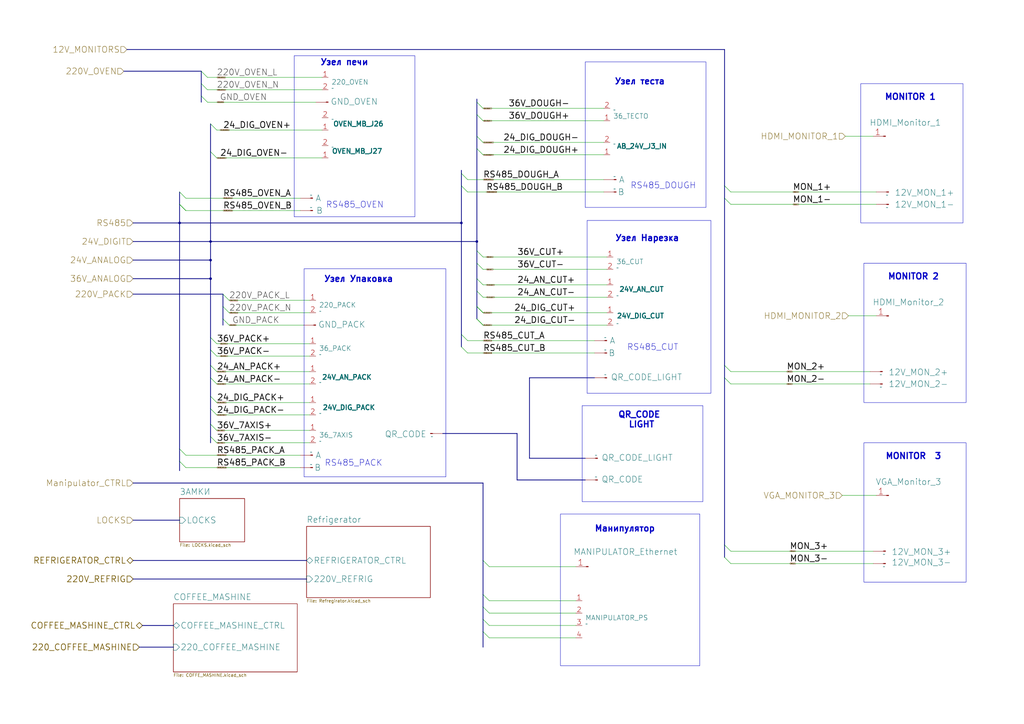
<source format=kicad_sch>
(kicad_sch (version 20231120) (generator "eeschema") (generator_version "8.0")
  (paper "A3")
  (lib_symbols
    (symbol "Conn_01x01_Pin_1" (pin_numbers hide) (pin_names (offset 1.016) hide)
      (property "Reference" "J" (at 0 6.604 0))
      (property "Value" "Conn_01x01_Pin" (at 0 -2.54 0))
      (symbol "Conn_01x01_Pin_1_1_1"
        (polyline (pts (xy 1.27 0) (xy 0.8636 0)) (stroke (width 0.1524)))
        (rectangle (start 0.8636 0.127) (end 0 -0.127) (stroke (width 0.1524)) (fill (type outline)))
        (pin passive line (at 5.08 0 180) (length 3.81) (name "Pin_1") (number "1"))
      )
    )
    (symbol "Conn_01x01_Pin_2" (pin_numbers hide) (pin_names (offset 1.016) hide)
      (property "Reference" "J" (at 0 6.604 0))
      (property "Value" "Conn_01x01_Pin" (at 0 -2.54 0))
      (symbol "Conn_01x01_Pin_2_1_1"
        (polyline (pts (xy 1.27 0) (xy 0.8636 0)) (stroke (width 0.1524)))
        (rectangle (start 0.8636 0.127) (end 0 -0.127) (stroke (width 0.1524)) (fill (type outline)))
        (pin passive line (at 5.08 0 180) (length 3.81) (name "Pin_1") (number "1"))
      )
    )
    (symbol "Connector:Conn_01x01_Pin" (pin_names (offset 1.016) hide)
      (property "Reference" "J" (at 0 6.604 0))
      (property "Value" "Conn_01x01_Pin" (at 0 -2.54 0))
      (symbol "Conn_01x01_Pin_1_1"
        (polyline (pts (xy 1.27 0) (xy 0.8636 0)) (stroke (width 0.1524)))
        (rectangle (start 0.8636 0.127) (end 0 -0.127) (stroke (width 0.1524)) (fill (type outline)))
        (pin passive line (at 5.08 0 180) (length 3.81) (name "Pin_1") (number "1"))
      )
    )
    (symbol "Connector:Conn_01x01_Pin_(WIDE)" (pin_numbers hide) (pin_names (offset 1.016) hide)
      (property "Reference" "J" (at 0.254 6.604 0))
      (property "Value" "Conn_01x01_Pin_(WIDE)" (at 0 -2.54 0))
      (symbol "Conn_01x01_Pin_(WIDE)_1_1"
        (polyline (pts (xy 1.27 0) (xy 0.8636 0)) (stroke (width 0.1524)))
        (rectangle (start 0.8636 0.127) (end 0 -0.127) (stroke (width 0.1524)) (fill (type outline)))
        (pin passive line (at 5.08 0 180) (length 3.81) (name "Pin_1") (number "1"))
      )
    )
    (symbol "Connector:Conn_01x02_(wide)"
      (property "Reference" "J" (at 0 0 0))
      (symbol "Conn_01x02_(wide)_1_1"
        (pin input line (at -2.54 -5.08 0) (length 2.54) (name "") (number "1"))
        (pin input line (at -2.54 -10.16 0) (length 2.54) (name "") (number "2"))
      )
    )
    (symbol "Connector:Conn_01x04_(wide)"
      (property "Reference" "J" (at 0 0 0))
      (symbol "Conn_01x04_(wide)_1_1"
        (pin input line (at -2.54 -5.08 0) (length 2.54) (name "") (number "1"))
        (pin input line (at -2.54 -10.16 0) (length 2.54) (name "") (number "2"))
        (pin input line (at -2.54 -15.24 0) (length 2.54) (name "") (number "3"))
        (pin input line (at -2.54 -20.32 0) (length 2.54) (name "") (number "4"))
      )
    )
  )
  (junction (at 189.23 91.44))
  (junction (at 195.58 99.06))
  (junction (at 86.36 114.3))
  (junction (at 86.36 99.06))
  (junction (at 86.36 106.68))
  (junction (at 73.66 91.44))
  (bus_entry (at 297.18 76.2) (size 2.54 2.54))
  (bus_entry (at 195.58 55.88) (size 2.54 2.54))
  (bus_entry (at 189.23 71.12) (size 2.54 2.54))
  (bus_entry (at 198.12 254) (size 2.54 2.54))
  (bus_entry (at 73.66 83.82) (size 2.54 2.54))
  (bus_entry (at 86.36 143.51) (size 2.54 2.54))
  (bus_entry (at 297.18 149.86) (size 2.54 2.54))
  (bus_entry (at 198.12 229.87) (size 2.54 2.54))
  (bus_entry (at 198.12 248.92) (size 2.54 2.54))
  (bus_entry (at 195.58 41.91) (size 2.54 2.54))
  (bus_entry (at 195.58 102.87) (size 2.54 2.54))
  (bus_entry (at 189.23 76.2) (size 2.54 2.54))
  (bus_entry (at 195.58 60.96) (size 2.54 2.54))
  (bus_entry (at 86.36 154.94) (size 2.54 2.54))
  (bus_entry (at 73.66 78.74) (size 2.54 2.54))
  (bus_entry (at 195.58 107.95) (size 2.54 2.54))
  (bus_entry (at 195.58 119.38) (size 2.54 2.54))
  (bus_entry (at 82.55 39.37) (size 2.54 2.54))
  (bus_entry (at 189.23 142.24) (size 2.54 2.54))
  (bus_entry (at 297.18 81.28) (size 2.54 2.54))
  (bus_entry (at 86.36 50.8) (size 2.54 2.54))
  (bus_entry (at 91.44 125.73) (size 2.54 2.54))
  (bus_entry (at 86.36 173.99) (size 2.54 2.54))
  (bus_entry (at 189.23 137.16) (size 2.54 2.54))
  (bus_entry (at 195.58 125.73) (size 2.54 2.54))
  (bus_entry (at 82.55 29.21) (size 2.54 2.54))
  (bus_entry (at 86.36 149.86) (size 2.54 2.54))
  (bus_entry (at 73.66 83.82) (size 2.54 2.54))
  (bus_entry (at 91.44 130.81) (size 2.54 2.54))
  (bus_entry (at 86.36 62.23) (size 2.54 2.54))
  (bus_entry (at 195.58 46.99) (size 2.54 2.54))
  (bus_entry (at 195.58 114.3) (size 2.54 2.54))
  (bus_entry (at 198.12 243.84) (size 2.54 2.54))
  (bus_entry (at 195.58 125.73) (size 2.54 2.54))
  (bus_entry (at 86.36 167.64) (size 2.54 2.54))
  (bus_entry (at 82.55 34.29) (size 2.54 2.54))
  (bus_entry (at 198.12 259.08) (size 2.54 2.54))
  (bus_entry (at 297.18 228.6) (size 2.54 2.54))
  (bus_entry (at 91.44 120.65) (size 2.54 2.54))
  (bus_entry (at 86.36 138.43) (size 2.54 2.54))
  (bus_entry (at 297.18 223.52) (size 2.54 2.54))
  (bus_entry (at 297.18 154.94) (size 2.54 2.54))
  (bus_entry (at 86.36 162.56) (size 2.54 2.54))
  (bus_entry (at 86.36 179.07) (size 2.54 2.54))
  (bus_entry (at 195.58 130.81) (size 2.54 2.54))
  (bus_entry (at 73.66 189.23) (size 2.54 2.54))
  (bus_entry (at 73.66 184.15) (size 2.54 2.54))
  (bus_entry (at 195.58 130.81) (size 2.54 2.54))
  (wire (pts (xy 85.09 36.83) (xy 132.08 36.83)))
  (bus (pts (xy 54.61 91.44) (xy 73.66 91.44)))
  (bus (pts (xy 91.44 125.73) (xy 91.44 130.81)))
  (bus (pts (xy 82.55 29.21) (xy 50.8 29.21)))
  (wire (pts (xy 299.72 231.14) (xy 358.14 231.14)))
  (bus (pts (xy 189.23 71.12) (xy 189.23 76.2)))
  (bus (pts (xy 86.36 99.06) (xy 86.36 106.68)))
  (bus (pts (xy 73.66 189.23) (xy 73.66 193.04)))
  (bus (pts (xy 73.66 184.15) (xy 73.66 189.23)))
  (bus (pts (xy 198.12 243.84) (xy 198.12 248.92)))
  (wire (pts (xy 346.71 55.88) (xy 358.14 55.88)))
  (bus (pts (xy 86.36 162.56) (xy 86.36 154.94)))
  (bus (pts (xy 86.36 167.64) (xy 86.36 162.56)))
  (wire (pts (xy 88.9 140.97) (xy 127 140.97)))
  (wire (pts (xy 88.9 53.34) (xy 132.08 53.34)))
  (bus (pts (xy 198.12 259.08) (xy 198.12 265.43)))
  (bus (pts (xy 54.61 237.49) (xy 125.73 237.49)))
  (bus (pts (xy 198.12 198.12) (xy 198.12 229.87)))
  (wire (pts (xy 88.9 181.61) (xy 127 181.61)))
  (bus (pts (xy 86.36 50.8) (xy 86.36 62.23)))
  (bus (pts (xy 54.61 213.36) (xy 73.66 213.36)))
  (bus (pts (xy 54.61 198.12) (xy 198.12 198.12)))
  (wire (pts (xy 347.98 129.54) (xy 359.41 129.54)))
  (bus (pts (xy 86.36 114.3) (xy 86.36 138.43)))
  (wire (pts (xy 198.12 121.92) (xy 248.92 121.92)))
  (wire (pts (xy 88.9 64.77) (xy 132.08 64.77)))
  (bus (pts (xy 91.44 130.81) (xy 91.44 133.35)))
  (bus (pts (xy 54.61 120.65) (xy 91.44 120.65)))
  (wire (pts (xy 200.66 251.46) (xy 236.22 251.46)))
  (bus (pts (xy 195.58 102.87) (xy 195.58 107.95)))
  (bus (pts (xy 86.36 143.51) (xy 86.36 149.86)))
  (bus (pts (xy 195.58 107.95) (xy 195.58 114.3)))
  (bus (pts (xy 86.36 181.61) (xy 86.36 179.07)))
  (bus (pts (xy 297.18 81.28) (xy 297.18 149.86)))
  (bus (pts (xy 217.17 187.96) (xy 240.03 187.96)))
  (bus (pts (xy 195.58 125.73) (xy 195.58 130.81)))
  (wire (pts (xy 345.44 203.2) (xy 359.41 203.2)))
  (bus (pts (xy 189.23 69.85) (xy 189.23 71.12)))
  (bus (pts (xy 195.58 41.91) (xy 195.58 46.99)))
  (bus (pts (xy 189.23 137.16) (xy 189.23 142.24)))
  (bus (pts (xy 86.36 154.94) (xy 86.36 149.86)))
  (wire (pts (xy 88.9 170.18) (xy 127 170.18)))
  (bus (pts (xy 125.73 229.87) (xy 54.61 229.87)))
  (wire (pts (xy 198.12 110.49) (xy 248.92 110.49)))
  (bus (pts (xy 195.58 119.38) (xy 195.58 125.73)))
  (wire (pts (xy 191.77 73.66) (xy 247.65 73.66)))
  (bus (pts (xy 52.07 20.32) (xy 297.18 20.32)))
  (bus (pts (xy 57.15 265.43) (xy 71.12 265.43)))
  (wire (pts (xy 200.66 232.41) (xy 236.22 232.41)))
  (bus (pts (xy 91.44 125.73) (xy 91.44 120.65)))
  (wire (pts (xy 198.12 133.35) (xy 248.92 133.35)))
  (bus (pts (xy 297.18 149.86) (xy 297.18 154.94)))
  (bus (pts (xy 86.36 138.43) (xy 86.36 143.51)))
  (wire (pts (xy 299.72 83.82) (xy 359.41 83.82)))
  (bus (pts (xy 73.66 91.44) (xy 73.66 184.15)))
  (bus (pts (xy 212.09 177.8) (xy 212.09 196.85)))
  (bus (pts (xy 54.61 106.68) (xy 86.36 106.68)))
  (wire (pts (xy 198.12 105.41) (xy 248.92 105.41)))
  (wire (pts (xy 198.12 44.45) (xy 247.65 44.45)))
  (wire (pts (xy 88.9 176.53) (xy 127 176.53)))
  (wire (pts (xy 88.9 157.48) (xy 127 157.48)))
  (bus (pts (xy 82.55 29.21) (xy 82.55 34.29)))
  (wire (pts (xy 191.77 144.78) (xy 243.84 144.78)))
  (wire (pts (xy 198.12 49.53) (xy 247.65 49.53)))
  (wire (pts (xy 85.09 41.91) (xy 129.54 41.91)))
  (bus (pts (xy 189.23 91.44) (xy 189.23 137.16)))
  (wire (pts (xy 200.66 256.54) (xy 236.22 256.54)))
  (bus (pts (xy 82.55 34.29) (xy 82.55 39.37)))
  (wire (pts (xy 93.98 123.19) (xy 127 123.19)))
  (wire (pts (xy 85.09 31.75) (xy 132.08 31.75)))
  (wire (pts (xy 191.77 78.74) (xy 247.65 78.74)))
  (bus (pts (xy 297.18 154.94) (xy 297.18 223.52)))
  (bus (pts (xy 217.17 154.94) (xy 217.17 187.96)))
  (bus (pts (xy 195.58 99.06) (xy 195.58 102.87)))
  (bus (pts (xy 189.23 76.2) (xy 189.23 91.44)))
  (wire (pts (xy 76.2 81.28) (xy 123.19 81.28)))
  (wire (pts (xy 299.72 152.4) (xy 356.87 152.4)))
  (bus (pts (xy 297.18 20.32) (xy 297.18 76.2)))
  (wire (pts (xy 191.77 139.7) (xy 243.84 139.7)))
  (wire (pts (xy 93.98 128.27) (xy 127 128.27)))
  (wire (pts (xy 93.98 133.35) (xy 124.46 133.35)))
  (bus (pts (xy 198.12 229.87) (xy 198.12 243.84)))
  (wire (pts (xy 198.12 128.27) (xy 248.92 128.27)))
  (bus (pts (xy 195.58 40.64) (xy 195.58 41.91)))
  (bus (pts (xy 73.66 83.82) (xy 73.66 91.44)))
  (bus (pts (xy 73.66 78.74) (xy 73.66 83.82)))
  (bus (pts (xy 181.61 177.8) (xy 212.09 177.8)))
  (bus (pts (xy 297.18 223.52) (xy 297.18 228.6)))
  (wire (pts (xy 198.12 63.5) (xy 247.65 63.5)))
  (bus (pts (xy 195.58 60.96) (xy 195.58 99.06)))
  (bus (pts (xy 297.18 76.2) (xy 297.18 81.28)))
  (bus (pts (xy 82.55 39.37) (xy 82.55 41.91)))
  (bus (pts (xy 54.61 99.06) (xy 86.36 99.06)))
  (bus (pts (xy 54.61 114.3) (xy 86.36 114.3)))
  (bus (pts (xy 198.12 254) (xy 198.12 259.08)))
  (wire (pts (xy 76.2 191.77) (xy 123.19 191.77)))
  (wire (pts (xy 76.2 186.69) (xy 123.19 186.69)))
  (bus (pts (xy 73.66 91.44) (xy 189.23 91.44)))
  (bus (pts (xy 86.36 99.06) (xy 195.58 99.06)))
  (bus (pts (xy 212.09 196.85) (xy 240.03 196.85)))
  (bus (pts (xy 58.42 256.54) (xy 71.12 256.54)))
  (wire (pts (xy 76.2 86.36) (xy 123.19 86.36)))
  (wire (pts (xy 200.66 261.62) (xy 236.22 261.62)))
  (wire (pts (xy 198.12 58.42) (xy 247.65 58.42)))
  (bus (pts (xy 86.36 106.68) (xy 86.36 114.3)))
  (wire (pts (xy 299.72 78.74) (xy 359.41 78.74)))
  (bus (pts (xy 195.58 55.88) (xy 195.58 60.96)))
  (bus (pts (xy 195.58 114.3) (xy 195.58 119.38)))
  (bus (pts (xy 86.36 62.23) (xy 86.36 99.06)))
  (wire (pts (xy 299.72 226.06) (xy 358.14 226.06)))
  (bus (pts (xy 86.36 179.07) (xy 86.36 173.99)))
  (wire (pts (xy 198.12 116.84) (xy 248.92 116.84)))
  (bus (pts (xy 195.58 46.99) (xy 195.58 55.88)))
  (wire (pts (xy 88.9 165.1) (xy 127 165.1)))
  (wire (pts (xy 200.66 246.38) (xy 236.22 246.38)))
  (wire (pts (xy 88.9 146.05) (xy 127 146.05)))
  (bus (pts (xy 86.36 167.64) (xy 86.36 173.99)))
  (wire (pts (xy 88.9 152.4) (xy 127 152.4)))
  (bus (pts (xy 198.12 248.92) (xy 198.12 254)))
  (wire (pts (xy 299.72 157.48) (xy 356.87 157.48)))
  (bus (pts (xy 243.84 154.94) (xy 217.17 154.94)))
  (rectangle (start 353.06 34.29) (end 394.97 91.44))
  (rectangle (start 238.76 166.37) (end 288.29 205.74))
  (rectangle (start 124.714 110.236) (end 182.88 195.58))
  (rectangle (start 354.33 107.95) (end 396.24 165.1))
  (rectangle (start 240.03 25.4) (end 289.56 85.09))
  (rectangle (start 240.792 90.424) (end 291.592 161.29))
  (rectangle (start 229.87 210.82) (end 287.02 273.05))
  (rectangle (start 354.33 181.61) (end 396.24 238.76))
  (rectangle (start 120.65 22.86) (end 170.18 88.9))
  (text "Узел теста" (at 262.382 33.528 0) (effects (font (size 2.5 2.5) (thickness 0.5) (bold yes))))
  (text "Узел Упаковка" (at 147.066 114.554 0) (effects (font (size 2.5 2.5) (thickness 0.5) (bold yes))))
  (text "Узел Нарезка" (at 265.43 97.79 0) (effects (font (size 2.5 2.5) (thickness 0.5) (bold yes))))
  (text "Манипулятор" (at 256.286 216.916 0) (effects (font (size 2.5 2.5) (thickness 0.5) (bold yes))))
  (text "RS485_PACK" (at 145.034 189.992 0) (effects (font (size 2.5 2.5))))
  (text "RS485_OVEN" (at 145.542 84.074 0) (effects (font (size 2.5 2.5))))
  (text "RS485_DOUGH" (at 272.034 76.2 0) (effects (font (size 2.5 2.5))))
  (text "MONITOR 2" (at 374.65 113.538 0) (effects (font (size 2.5 2.5) (thickness 0.5) (bold yes))))
  (text "RS485_CUT" (at 267.716 142.494 0) (effects (font (size 2.5 2.5))))
  (text "Узел печи" (at 141.224 25.654 0) (effects (font (size 2.5 2.5) (thickness 0.5) (bold yes))))
  (text "QR_CODE \nLIGHT\n" (at 263.144 172.212 0) (effects (font (size 2.5 2.5) (thickness 0.5) (bold yes))))
  (text "MONITOR  3" (at 374.65 187.198 0) (effects (font (size 2.5 2.5) (thickness 0.5) (bold yes))))
  (text "MONITOR 1" (at 373.38 39.878 0) (effects (font (size 2.5 2.5) (thickness 0.5) (bold yes))))
  (label "24_DIG_DOUGH-" (at 237.49 58.42 180) (effects (font (size 2.5 2.5) (thickness 0.3125))))
  (label "36V_DOUGH+" (at 233.68 49.53 180) (effects (font (size 2.5 2.5) (thickness 0.3125))))
  (label "36V_DOUGH-" (at 233.68 44.45 180) (effects (font (size 2.5 2.5) (thickness 0.3125))))
  (label "36V_7AXIS-" (at 88.9 181.61 0) (effects (font (size 2.5 2.5) (thickness 0.3125))))
  (label "MON_1+" (at 325.12 78.74 0) (effects (font (size 2.5 2.5) (thickness 0.3125))))
  (label "24_DIG_OVEN+" (at 119.38 53.34 180) (effects (font (size 2.5 2.5) (thickness 0.3125))))
  (label "GND_PACK" (at 95.25 133.35 0) (effects (font (size 2.5 2.5))))
  (label "24_DIG_CUT-" (at 210.82 133.35 0) (effects (font (size 2.5 2.5) (thickness 0.3125))))
  (label "220V_OVEN_L" (at 88.9 31.75 0) (effects (font (size 2.5 2.5))))
  (label "220V_PACK_L" (at 93.98 123.19 0) (effects (font (size 2.5 2.5))))
  (label "36V_PACK-" (at 88.9 146.05 0) (effects (font (size 2.5 2.5) (thickness 0.3125))))
  (label "GND_OVEN" (at 90.17 41.91 0) (effects (font (size 2.5 2.5))))
  (label "36V_CUT-" (at 212.09 110.49 0) (effects (font (size 2.5 2.5) (thickness 0.3125))))
  (label "24_AN_PACK+" (at 88.9 152.4 0) (effects (font (size 2.5 2.5) (thickness 0.3125))))
  (label "220V_OVEN_N" (at 88.9 36.83 0) (effects (font (size 2.5 2.5))))
  (label "24_DIG_DOUGH+" (at 237.49 63.5 180) (effects (font (size 2.5 2.5) (thickness 0.3125))))
  (label "RS485_OVEN_A" (at 91.44 81.28 0) (effects (font (size 2.5 2.5) (thickness 0.3125))))
  (label "RS485_DOUGH_A" (at 198.12 73.66 0) (effects (font (size 2.5 2.5) (thickness 0.3125))))
  (label "24_DIG_PACK+" (at 88.9 165.1 0) (effects (font (size 2.5 2.5) (thickness 0.3125))))
  (label "36V_CUT+" (at 212.09 105.41 0) (effects (font (size 2.5 2.5) (thickness 0.3125))))
  (label "24_DIG_OVEN-" (at 118.11 64.77 180) (effects (font (size 2.5 2.5) (thickness 0.3125))))
  (label "36V_7AXIS+" (at 88.9 176.53 0) (effects (font (size 2.5 2.5) (thickness 0.3125))))
  (label "MON_3-" (at 323.85 231.14 0) (effects (font (size 2.5 2.5) (thickness 0.3125))))
  (label "24_DIG_PACK-" (at 88.9 170.18 0) (effects (font (size 2.5 2.5) (thickness 0.3125))))
  (label "RS485_OVEN_B" (at 91.44 86.36 0) (effects (font (size 2.5 2.5) (thickness 0.3125))))
  (label "RS485_PACK_B" (at 88.9 191.77 0) (effects (font (size 2.5 2.5) (thickness 0.3125))))
  (label "24_AN_PACK-" (at 88.9 157.48 0) (effects (font (size 2.5 2.5) (thickness 0.3125))))
  (label "36V_PACK+" (at 88.9 140.97 0) (effects (font (size 2.5 2.5) (thickness 0.3125))))
  (label "MON_2+" (at 322.58 152.4 0) (effects (font (size 2.5 2.5) (thickness 0.3125))))
  (label "RS485_CUT_A" (at 198.12 139.7 0) (effects (font (size 2.5 2.5) (thickness 0.3125))))
  (label "MON_1-" (at 325.12 83.82 0) (effects (font (size 2.5 2.5) (thickness 0.3125))))
  (label "MON_3+" (at 323.85 226.06 0) (effects (font (size 2.5 2.5) (thickness 0.3125))))
  (label "24_DIG_CUT+" (at 210.82 128.27 0) (effects (font (size 2.5 2.5) (thickness 0.3125))))
  (label "MON_2-" (at 322.58 157.48 0) (effects (font (size 2.5 2.5) (thickness 0.3125))))
  (label "220V_PACK_N" (at 93.98 128.27 0) (effects (font (size 2.5 2.5))))
  (label "24_AN_CUT+" (at 212.09 116.84 0) (effects (font (size 2.5 2.5) (thickness 0.3125))))
  (label "24_AN_CUT-" (at 212.09 121.92 0) (effects (font (size 2.5 2.5) (thickness 0.3125))))
  (label "RS485_PACK_A" (at 88.9 186.69 0) (effects (font (size 2.5 2.5) (thickness 0.3125))))
  (label "RS485_DOUGH_B" (at 199.39 78.74 0) (effects (font (size 2.5 2.5) (thickness 0.3125))))
  (label "RS485_CUT_B" (at 198.12 144.78 0) (effects (font (size 2.5 2.5) (thickness 0.3125))))
  (global_label "RS485_OVEN_A" (shape input) (at 91.44 81.28 0) (effects (font (size 0.3 0.3))) (property "Intersheetrefs" "${INTERSHEET_REFS}" (effects (hide yes))))
  (global_label "220V_OVEN_N" (shape input) (at 88.9 36.83 0) (effects (font (size 0.3 0.3))) (property "Intersheetrefs" "${INTERSHEET_REFS}" (effects (hide yes))))
  (global_label "RS485_CUT_A" (shape input) (at 198.12 139.7 0) (effects (font (size 0.3 0.3))) (property "Intersheetrefs" "${INTERSHEET_REFS}" (effects (hide yes))))
  (global_label "24_AN_CUT-" (shape input) (at 199.39 121.92 0) (effects (font (size 0.3 0.3))) (property "Intersheetrefs" "${INTERSHEET_REFS}" (effects (hide yes))))
  (global_label "24_DIG_CUT+" (shape input) (at 198.12 128.27 0) (effects (font (size 0.3 0.3))) (property "Intersheetrefs" "${INTERSHEET_REFS}" (effects (hide yes))))
  (global_label "24_AN_PACK+" (shape input) (at 88.9 152.4 0) (effects (font (size 0.3 0.3))) (property "Intersheetrefs" "${INTERSHEET_REFS}" (effects (hide yes))))
  (global_label "24_DIG_CUT-" (shape input) (at 198.12 133.35 0) (effects (font (size 0.3 0.3))) (property "Intersheetrefs" "${INTERSHEET_REFS}" (effects (hide yes))))
  (global_label "36V_PACK-" (shape input) (at 90.17 146.05 0) (effects (font (size 0.3 0.3))) (property "Intersheetrefs" "${INTERSHEET_REFS}" (effects (hide yes))))
  (global_label "GND_PACK" (shape input) (at 93.98 133.35 0) (effects (font (size 0.3 0.3))) (property "Intersheetrefs" "${INTERSHEET_REFS}" (effects (hide yes))))
  (global_label "MON_3+" (shape input) (at 323.85 226.06 0) (effects (font (size 0.3 0.3))) (property "Intersheetrefs" "${INTERSHEET_REFS}" (effects (hide yes))))
  (global_label "36V_CUT-" (shape input) (at 199.39 110.49 0) (effects (font (size 0.3 0.3))) (property "Intersheetrefs" "${INTERSHEET_REFS}" (effects (hide yes))))
  (global_label "36V_CUT+" (shape input) (at 199.39 105.41 0) (effects (font (size 0.3 0.3))) (property "Intersheetrefs" "${INTERSHEET_REFS}" (effects (hide yes))))
  (global_label "24_DIG_DOUGH-" (shape input) (at 198.12 58.42 0) (effects (font (size 0.3 0.3))) (property "Intersheetrefs" "${INTERSHEET_REFS}" (effects (hide yes))))
  (global_label "24_DIG_PACK-" (shape input) (at 88.9 170.18 0) (effects (font (size 0.3 0.3))) (property "Intersheetrefs" "${INTERSHEET_REFS}" (effects (hide yes))))
  (global_label "MON_1+" (shape input) (at 325.12 78.74 0) (effects (font (size 0.3 0.3))) (property "Intersheetrefs" "${INTERSHEET_REFS}" (effects (hide yes))))
  (global_label "GND_OVEN" (shape input) (at 88.9 41.91 0) (effects (font (size 0.3 0.3))) (property "Intersheetrefs" "${INTERSHEET_REFS}" (effects (hide yes))))
  (global_label "36V_PACK+" (shape input) (at 90.17 140.97 0) (effects (font (size 0.3 0.3))) (property "Intersheetrefs" "${INTERSHEET_REFS}" (effects (hide yes))))
  (global_label "24_AN_PACK-" (shape input) (at 88.9 157.48 0) (effects (font (size 0.3 0.3))) (property "Intersheetrefs" "${INTERSHEET_REFS}" (effects (hide yes))))
  (global_label "36V_7ASIX+" (shape input) (at 88.9 176.53 0) (effects (font (size 0.3 0.3))) (property "Intersheetrefs" "${INTERSHEET_REFS}" (effects (hide yes))))
  (global_label "24_DIG_DOUGH+" (shape input) (at 198.12 63.5 0) (effects (font (size 0.3 0.3))) (property "Intersheetrefs" "${INTERSHEET_REFS}" (effects (hide yes))))
  (global_label "36V_DOUGH-" (shape input) (at 198.12 44.45 0) (effects (font (size 0.3 0.3))) (property "Intersheetrefs" "${INTERSHEET_REFS}" (effects (hide yes))))
  (global_label "RS485_PACK_B" (shape input) (at 88.9 191.77 0) (effects (font (size 0.3 0.3))) (property "Intersheetrefs" "${INTERSHEET_REFS}" (effects (hide yes))))
  (global_label "RS485_DOUGH_B" (shape input) (at 199.39 78.74 0) (effects (font (size 0.3 0.3))) (property "Intersheetrefs" "${INTERSHEET_REFS}" (effects (hide yes))))
  (global_label "24_DIG_OVEN+" (shape input) (at 90.17 53.34 0) (effects (font (size 0.3 0.3))) (property "Intersheetrefs" "${INTERSHEET_REFS}" (effects (hide yes))))
  (global_label "24_DIG_PACK+" (shape input) (at 88.9 165.1 0) (effects (font (size 0.3 0.3))) (property "Intersheetrefs" "${INTERSHEET_REFS}" (effects (hide yes))))
  (global_label "36V_7ASIX-" (shape input) (at 88.9 181.61 0) (effects (font (size 0.3 0.3))) (property "Intersheetrefs" "${INTERSHEET_REFS}" (effects (hide yes))))
  (global_label "24_AN_CUT+" (shape input) (at 199.39 116.84 0) (effects (font (size 0.3 0.3))) (property "Intersheetrefs" "${INTERSHEET_REFS}" (effects (hide yes))))
  (global_label "MON_3-" (shape input) (at 323.85 231.14 0) (effects (font (size 0.3 0.3))) (property "Intersheetrefs" "${INTERSHEET_REFS}" (effects (hide yes))))
  (global_label "RS485_OVEN_B" (shape input) (at 91.44 86.36 0) (effects (font (size 0.3 0.3))) (property "Intersheetrefs" "${INTERSHEET_REFS}" (effects (hide yes))))
  (global_label "RS485_PACK_A" (shape input) (at 88.9 186.69 0) (effects (font (size 0.3 0.3))) (property "Intersheetrefs" "${INTERSHEET_REFS}" (effects (hide yes))))
  (global_label "RS485_DOUGH_A" (shape input) (at 198.12 73.66 0) (effects (font (size 0.3 0.3))) (property "Intersheetrefs" "${INTERSHEET_REFS}" (effects (hide yes))))
  (global_label "220V_OVEN_L" (shape input) (at 88.9 31.75 0) (effects (font (size 0.3 0.3))) (property "Intersheetrefs" "${INTERSHEET_REFS}" (effects (hide yes))))
  (global_label "24_DIG_OVEN-" (shape input) (at 88.9 64.77 0) (effects (font (size 0.3 0.3))) (property "Intersheetrefs" "${INTERSHEET_REFS}" (effects (hide yes))))
  (global_label "MON_2-" (shape input) (at 322.58 157.48 0) (effects (font (size 0.3 0.3))) (property "Intersheetrefs" "${INTERSHEET_REFS}" (effects (hide yes))))
  (global_label "220V_PACK_N" (shape input) (at 93.98 128.27 0) (effects (font (size 0.3 0.3))) (property "Intersheetrefs" "${INTERSHEET_REFS}" (effects (hide yes))))
  (global_label "36V_DOUGH+" (shape input) (at 198.12 49.53 0) (effects (font (size 0.3 0.3))) (property "Intersheetrefs" "${INTERSHEET_REFS}" (effects (hide yes))))
  (global_label "MON_2+" (shape input) (at 322.58 152.4 0) (effects (font (size 0.3 0.3))) (property "Intersheetrefs" "${INTERSHEET_REFS}" (effects (hide yes))))
  (global_label "RS485_CUT_B" (shape input) (at 198.12 144.78 0) (effects (font (size 0.3 0.3))) (property "Intersheetrefs" "${INTERSHEET_REFS}" (effects (hide yes))))
  (global_label "220V_PACK_L" (shape input) (at 93.98 123.19 0) (effects (font (size 0.3 0.3))) (property "Intersheetrefs" "${INTERSHEET_REFS}" (effects (hide yes))))
  (global_label "MON_1-" (shape input) (at 325.12 83.82 0) (effects (font (size 0.3 0.3))) (property "Intersheetrefs" "${INTERSHEET_REFS}" (effects (hide yes))))
  (hierarchical_label "36V_ANALOG" (shape input) (at 54.61 114.3 180) (effects (font (size 2.5 2.5))))
  (hierarchical_label "Manipulator_CTRL" (shape input) (at 54.61 198.12 180) (effects (font (size 2.5 2.5))))
  (hierarchical_label "HDMI_MONITOR_1" (shape input) (at 346.71 55.88 180) (effects (font (size 2.5 2.5))))
  (hierarchical_label "220V_OVEN" (shape input) (at 50.8 29.21 180) (effects (font (size 2.5 2.5))))
  (hierarchical_label "220V_REFRIG" (shape input) (at 54.61 237.49 180) (effects (font (size 2.5 2.5) (thickness 0.254) (bold yes))))
  (hierarchical_label "LOCKS" (shape input) (at 54.61 213.36 180) (effects (font (size 2.5 2.5))))
  (hierarchical_label "220V_PACK" (shape input) (at 54.61 120.65 180) (effects (font (size 2.5 2.5))))
  (hierarchical_label "VGA_MONITOR_3" (shape input) (at 345.44 203.2 180) (effects (font (size 2.5 2.5))))
  (hierarchical_label "24V_DIGIT" (shape input) (at 54.61 99.06 180) (effects (font (size 2.5 2.5))))
  (hierarchical_label "COFFEE_MASHINE_CTRL" (shape bidirectional) (at 58.42 256.54 180) (effects (font (size 2.5 2.5) (thickness 0.254) (bold yes))))
  (hierarchical_label "RS485" (shape input) (at 54.61 91.44 180) (effects (font (size 2.5 2.5))))
  (hierarchical_label "24V_ANALOG" (shape input) (at 54.61 106.68 180) (effects (font (size 2.5 2.5))))
  (hierarchical_label "HDMI_MONITOR_2" (shape input) (at 347.98 129.54 180) (effects (font (size 2.5 2.5))))
  (hierarchical_label "REFRIGERATOR_CTRL" (shape bidirectional) (at 54.61 229.87 180) (effects (font (size 2.5 2.5) (thickness 0.254) (bold yes))))
  (hierarchical_label "220_COFFEE_MASHINE" (shape input) (at 57.15 265.43 180) (effects (font (size 2.5 2.5) (thickness 0.254) (bold yes))))
  (hierarchical_label "12V_MONITORS" (shape input) (at 52.07 20.32 180) (effects (font (size 2.5 2.5))))
  (symbol (lib_id "Connector:Conn_01x01_Pin_(WIDE)") (at 364.49 83.82 0) (mirror y) (unit 1)
    (property "Reference" "12V_MON_1-" (at 379.222 83.82 0) (effects (font (size 2.5 2.5))))
    (property "Value" "~" (at 363.855 85.09 0))
    (property "Description" "Generic connector, single row, 01x01, script generated" (effects (hide yes)))
  )
  (symbol (lib_id "Connector:Conn_01x01_Pin_(WIDE)") (at 252.73 73.66 180) (unit 1)
    (property "Reference" "A" (at 255.016 73.66 0) (effects (font (size 2.5 2.5))))
    (property "Value" "~" (at 252.095 72.39 0))
    (property "Description" "Generic connector, single row, 01x01, script generated" (effects (hide yes)))
  )
  (symbol (lib_id "Connector:Conn_01x02_(wide)") (at 134.62 69.85 0) (mirror x) (unit 1)
    (property "Reference" "OVEN_MB_J27" (at 135.89 61.976 0) (effects (font (size 2 2) (thickness 0.4) (bold yes)) (justify left)))
    (property "Value" "~" (at 135.89 60.325 0) (effects (justify left)))
  )
  (symbol (lib_id "Connector:Conn_01x01_Pin") (at 363.22 55.88 0) (mirror y) (unit 1)
    (property "Reference" "HDMI_Monitor_1" (at 371.348 50.292 0) (effects (font (size 2.5 2.5))))
    (property "Value" "Conn_01x01_Pin" (effects (hide yes)))
    (property "Description" "Generic connector, single row, 01x01, script generated" (effects (hide yes)))
  )
  (symbol (lib_id "Connector:Conn_01x01_Pin_(WIDE)") (at 248.92 139.7 180) (unit 1)
    (property "Reference" "A" (at 251.206 139.7 0) (effects (font (size 2.5 2.5))))
    (property "Value" "~" (at 248.285 138.43 0))
    (property "Description" "Generic connector, single row, 01x01, script generated" (effects (hide yes)))
  )
  (symbol (lib_id "Connector:Conn_01x01_Pin_(WIDE)") (at 245.11 187.96 180) (unit 1)
    (property "Reference" "QR_CODE_LIGHT" (at 261.366 187.706 0) (effects (font (size 2.5 2.5))))
    (property "Value" "~" (at 244.475 186.69 0))
    (property "Description" "Generic connector, single row, 01x01, script generated" (effects (hide yes)))
  )
  (symbol (lib_id "Connector:Conn_01x01_Pin_(WIDE)") (at 252.73 78.74 180) (unit 1)
    (property "Reference" "B" (at 254.762 78.74 0) (effects (font (size 2.5 2.5))))
    (property "Value" "~" (at 252.095 77.47 0))
    (property "Description" "Generic connector, single row, 01x01, script generated" (effects (hide yes)))
  )
  (symbol (lib_id "Connector:Conn_01x02_(wide)") (at 251.46 100.33 0) (unit 1)
    (property "Reference" "36_CUT" (at 252.73 107.3149 0) (effects (font (size 2 2)) (justify left)))
    (property "Value" "~" (at 252.73 109.855 0) (effects (justify left)))
  )
  (symbol (lib_id "Connector:Conn_01x01_Pin_(WIDE)") (at 128.27 81.28 180) (unit 1)
    (property "Reference" "A" (at 130.556 81.28 0) (effects (font (size 2.5 2.5))))
    (property "Value" "~" (at 127.635 80.01 0))
    (property "Description" "Generic connector, single row, 01x01, script generated" (effects (hide yes)))
  )
  (symbol (lib_id "Connector:Conn_01x02_(wide)") (at 129.54 147.32 0) (unit 1)
    (property "Reference" "24V_AN_PACK" (at 131.826 154.686 0) (effects (font (size 2 2) (thickness 0.4) (bold yes)) (justify left)))
    (property "Value" "~" (at 130.81 156.845 0) (effects (justify left)))
  )
  (symbol (lib_id "Connector:Conn_01x01_Pin_(WIDE)") (at 128.27 186.69 180) (unit 1)
    (property "Reference" "A" (at 130.556 186.69 0) (effects (font (size 2.5 2.5))))
    (property "Value" "~" (at 127.635 185.42 0))
    (property "Description" "Generic connector, single row, 01x01, script generated" (effects (hide yes)))
  )
  (symbol (lib_id "Connector:Conn_01x02_(wide)") (at 129.54 135.89 0) (unit 1)
    (property "Reference" "36_PACK" (at 130.81 142.8749 0) (effects (font (size 2 2)) (justify left)))
    (property "Value" "~" (at 130.81 145.415 0) (effects (justify left)))
  )
  (symbol (lib_name "Conn_01x01_Pin_1") (lib_id "Connector:Conn_01x01_Pin") (at 134.62 41.91 0) (mirror y) (unit 1)
    (property "Reference" "GND_OVEN" (at 145.288 41.656 0) (effects (font (size 2.5 2.5))))
    (property "Value" "Conn_01x01_Pin" (effects (hide yes)))
    (property "Description" "Generic connector, single row, 01x01, script generated" (effects (hide yes)))
  )
  (symbol (lib_id "Connector:Conn_01x02_(wide)") (at 250.19 68.58 0) (mirror x) (unit 1)
    (property "Reference" "AB_24V_J3_IN" (at 252.73 59.944 0) (effects (font (size 2 2) (thickness 0.4) (bold yes)) (justify left)))
    (property "Value" "~" (at 251.46 59.055 0) (effects (justify left)))
  )
  (symbol (lib_id "Connector:Conn_01x02_(wide)") (at 129.54 118.11 0) (unit 1)
    (property "Reference" "220_PACK" (at 130.81 125.0949 0) (effects (font (size 2 2)) (justify left)))
    (property "Value" "~" (at 130.81 127.635 0) (effects (justify left)))
  )
  (symbol (lib_id "Connector:Conn_01x01_Pin") (at 364.49 203.2 0) (mirror y) (unit 1)
    (property "Reference" "VGA_Monitor_3" (at 372.618 197.612 0) (effects (font (size 2.5 2.5))))
    (property "Value" "Conn_01x01_Pin" (effects (hide yes)))
    (property "Description" "Generic connector, single row, 01x01, script generated" (effects (hide yes)))
  )
  (symbol (lib_id "Connector:Conn_01x01_Pin_(WIDE)") (at 176.53 177.8 0) (unit 1)
    (property "Reference" "QR_CODE" (at 166.37 178.054 0) (effects (font (size 2.5 2.5))))
    (property "Value" "~" (at 177.165 179.07 0))
    (property "Description" "Generic connector, single row, 01x01, script generated" (effects (hide yes)))
  )
  (symbol (lib_id "Connector:Conn_01x02_(wide)") (at 134.62 58.42 0) (mirror x) (unit 1)
    (property "Reference" "OVEN_MB_J26" (at 136.398 50.8 0) (effects (font (size 2 2) (thickness 0.4) (bold yes)) (justify left)))
    (property "Value" "~" (at 135.89 48.895 0) (effects (justify left)))
  )
  (symbol (lib_id "Connector:Conn_01x01_Pin_(WIDE)") (at 248.92 154.94 180) (unit 1)
    (property "Reference" "QR_CODE_LIGHT" (at 265.176 154.686 0) (effects (font (size 2.5 2.5))))
    (property "Value" "~" (at 248.285 153.67 0))
    (property "Description" "Generic connector, single row, 01x01, script generated" (effects (hide yes)))
  )
  (symbol (lib_id "Connector:Conn_01x04_(wide)") (at 238.76 241.3 0) (unit 1)
    (property "Reference" "MANIPULATOR_PS" (at 240.03 253.3649 0) (effects (font (size 2 2)) (justify left)))
    (property "Value" "~" (at 240.03 255.905 0) (effects (justify left)))
  )
  (symbol (lib_id "Connector:Conn_01x02_(wide)") (at 251.46 123.19 0) (unit 1)
    (property "Reference" "24V_DIG_CUT" (at 252.73 129.54 0) (effects (font (size 2 2) (thickness 0.4) (bold yes)) (justify left)))
    (property "Value" "~" (at 252.73 132.715 0) (effects (justify left)))
  )
  (symbol (lib_id "Connector:Conn_01x02_(wide)") (at 250.19 54.61 0) (mirror x) (unit 1)
    (property "Reference" "36_TECTO" (at 251.46 47.6251 0) (effects (font (size 2 2)) (justify left)))
    (property "Value" "~" (at 251.46 45.085 0) (effects (justify left)))
  )
  (symbol (lib_id "Connector:Conn_01x01_Pin_(WIDE)") (at 128.27 191.77 180) (unit 1)
    (property "Reference" "B" (at 130.302 191.77 0) (effects (font (size 2.5 2.5))))
    (property "Value" "~" (at 127.635 190.5 0))
    (property "Description" "Generic connector, single row, 01x01, script generated" (effects (hide yes)))
  )
  (symbol (lib_id "Connector:Conn_01x01_Pin") (at 241.3 232.41 0) (mirror y) (unit 1)
    (property "Reference" "MANIPULATOR_Ethernet" (at 256.54 226.314 0) (effects (font (size 2.5 2.5))))
    (property "Value" "Conn_01x01_Pin" (effects (hide yes)))
    (property "Description" "Generic connector, single row, 01x01, script generated" (effects (hide yes)))
  )
  (symbol (lib_id "Connector:Conn_01x01_Pin_(WIDE)") (at 361.95 157.48 0) (mirror y) (unit 1)
    (property "Reference" "12V_MON_2-" (at 376.682 157.48 0) (effects (font (size 2.5 2.5))))
    (property "Value" "~" (at 361.315 158.75 0))
    (property "Description" "Generic connector, single row, 01x01, script generated" (effects (hide yes)))
  )
  (symbol (lib_id "Connector:Conn_01x01_Pin_(WIDE)") (at 363.22 231.14 0) (mirror y) (unit 1)
    (property "Reference" "12V_MON_3-" (at 377.952 230.632 0) (effects (font (size 2.5 2.5))))
    (property "Value" "~" (at 362.585 232.41 0))
    (property "Description" "Generic connector, single row, 01x01, script generated" (effects (hide yes)))
  )
  (symbol (lib_id "Connector:Conn_01x02_(wide)") (at 134.62 26.67 0) (unit 1)
    (property "Reference" "220_OVEN" (at 135.89 33.6549 0) (effects (font (size 2 2)) (justify left)))
    (property "Value" "~" (at 135.89 36.195 0) (effects (justify left)))
  )
  (symbol (lib_id "Connector:Conn_01x01_Pin_(WIDE)") (at 364.49 78.74 0) (mirror y) (unit 1)
    (property "Reference" "12V_MON_1+" (at 379.222 78.994 0) (effects (font (size 2.5 2.5))))
    (property "Value" "~" (at 363.855 80.01 0))
    (property "Description" "Generic connector, single row, 01x01, script generated" (effects (hide yes)))
  )
  (symbol (lib_id "Connector:Conn_01x01_Pin_(WIDE)") (at 248.92 144.78 180) (unit 1)
    (property "Reference" "B" (at 250.952 144.78 0) (effects (font (size 2.5 2.5))))
    (property "Value" "~" (at 248.285 143.51 0))
    (property "Description" "Generic connector, single row, 01x01, script generated" (effects (hide yes)))
  )
  (symbol (lib_id "Connector:Conn_01x02_(wide)") (at 129.54 160.02 0) (unit 1)
    (property "Reference" "24V_DIG_PACK" (at 132.08 167.132 0) (effects (font (size 2 2) (thickness 0.4) (bold yes)) (justify left)))
    (property "Value" "~" (at 130.81 169.545 0) (effects (justify left)))
  )
  (symbol (lib_name "Conn_01x01_Pin_2") (lib_id "Connector:Conn_01x01_Pin") (at 129.54 133.35 0) (mirror y) (unit 1)
    (property "Reference" "GND_PACK" (at 140.208 133.096 0) (effects (font (size 2.5 2.5))))
    (property "Value" "Conn_01x01_Pin" (effects (hide yes)))
    (property "Description" "Generic connector, single row, 01x01, script generated" (effects (hide yes)))
  )
  (symbol (lib_id "Connector:Conn_01x01_Pin_(WIDE)") (at 128.27 86.36 180) (unit 1)
    (property "Reference" "B" (at 131.064 86.36 0) (effects (font (size 2.5 2.5))))
    (property "Value" "~" (at 127.635 85.09 0))
    (property "Description" "Generic connector, single row, 01x01, script generated" (effects (hide yes)))
  )
  (symbol (lib_id "Connector:Conn_01x02_(wide)") (at 129.54 171.45 0) (unit 1)
    (property "Reference" "36_7AXIS" (at 130.81 178.4349 0) (effects (font (size 2 2)) (justify left)))
    (property "Value" "~" (at 130.81 180.975 0) (effects (justify left)))
  )
  (symbol (lib_id "Connector:Conn_01x01_Pin_(WIDE)") (at 361.95 152.4 0) (mirror y) (unit 1)
    (property "Reference" "12V_MON_2+" (at 376.682 152.654 0) (effects (font (size 2.5 2.5))))
    (property "Value" "~" (at 361.315 153.67 0))
    (property "Description" "Generic connector, single row, 01x01, script generated" (effects (hide yes)))
  )
  (symbol (lib_id "Connector:Conn_01x01_Pin_(WIDE)") (at 363.22 226.06 0) (mirror y) (unit 1)
    (property "Reference" "12V_MON_3+" (at 377.952 226.314 0) (effects (font (size 2.5 2.5))))
    (property "Value" "~" (at 362.585 227.33 0))
    (property "Description" "Generic connector, single row, 01x01, script generated" (effects (hide yes)))
  )
  (symbol (lib_id "Connector:Conn_01x02_(wide)") (at 251.46 111.76 0) (unit 1)
    (property "Reference" "24V_AN_CUT" (at 253.746 118.618 0) (effects (font (size 2 2) (thickness 0.4) (bold yes)) (justify left)))
    (property "Value" "~" (at 252.73 121.285 0) (effects (justify left)))
  )
  (symbol (lib_id "Connector:Conn_01x01_Pin_(WIDE)") (at 245.11 196.85 180) (unit 1)
    (property "Reference" "QR_CODE" (at 255.27 196.596 0) (effects (font (size 2.5 2.5))))
    (property "Value" "~" (at 244.475 195.58 0))
    (property "Description" "Generic connector, single row, 01x01, script generated" (effects (hide yes)))
  )
  (symbol (lib_id "Connector:Conn_01x01_Pin") (at 364.49 129.54 0) (mirror y) (unit 1)
    (property "Reference" "HDMI_Monitor_2" (at 372.618 123.952 0) (effects (font (size 2.5 2.5))))
    (property "Value" "Conn_01x01_Pin" (effects (hide yes)))
    (property "Description" "Generic connector, single row, 01x01, script generated" (effects (hide yes)))
  )
  (sheet (at 73.66 204.47) (size 26.67 17.78) (stroke (width 0.1524))
    (property "Sheetname" "ЗАМКИ" (at 73.66 203.1434 0) (effects (font (size 2.5 2.5)) (justify left bottom)))
    (property "Sheetfile" "LOCKS.kicad_sch" (at 73.66 222.8346 0) (effects (justify left top)))
    (pin "LOCKS" input (at 73.66 213.36 180) (effects (font (size 2.5 2.5))))
  )
  (sheet (at 71.12 247.65) (size 50.8 27.94) (stroke (width 0.1524))
    (property "Sheetname" "COFFEE_MASHINE" (at 71.12 246.3234 0) (effects (font (size 2.5 2.5)) (justify left bottom)))
    (property "Sheetfile" "COFFE_MASHINE.kicad_sch" (at 71.12 276.1746 0) (effects (justify left top)))
    (pin "220_COFFEE_MASHINE" input (at 71.12 265.43 180) (effects (font (size 2.5 2.5))))
    (pin "COFFEE_MASHINE_CTRL" bidirectional (at 71.12 256.54 180) (effects (font (size 2.5 2.5))))
  )
  (sheet (at 125.73 215.9) (size 50.8 29.21) (stroke (width 0.1524))
    (property "Sheetname" "Refrigerator" (at 125.73 214.5734 0) (effects (font (size 2.5 2.5)) (justify left bottom)))
    (property "Sheetfile" "Refregirator.kicad_sch" (at 125.73 245.6946 0) (effects (justify left top)))
    (pin "REFRIGERATOR_CTRL" bidirectional (at 125.73 229.87 180) (effects (font (size 2.5 2.5))))
    (pin "220V_REFRIG" input (at 125.73 237.49 180) (effects (font (size 2.5 2.5))))
  )
)
</source>
